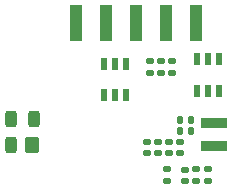
<source format=gbr>
%TF.GenerationSoftware,KiCad,Pcbnew,8.0.3*%
%TF.CreationDate,2024-06-28T03:43:35+08:00*%
%TF.ProjectId,hpm_dap,68706d5f-6461-4702-9e6b-696361645f70,rev?*%
%TF.SameCoordinates,Original*%
%TF.FileFunction,Paste,Bot*%
%TF.FilePolarity,Positive*%
%FSLAX46Y46*%
G04 Gerber Fmt 4.6, Leading zero omitted, Abs format (unit mm)*
G04 Created by KiCad (PCBNEW 8.0.3) date 2024-06-28 03:43:35*
%MOMM*%
%LPD*%
G01*
G04 APERTURE LIST*
G04 Aperture macros list*
%AMRoundRect*
0 Rectangle with rounded corners*
0 $1 Rounding radius*
0 $2 $3 $4 $5 $6 $7 $8 $9 X,Y pos of 4 corners*
0 Add a 4 corners polygon primitive as box body*
4,1,4,$2,$3,$4,$5,$6,$7,$8,$9,$2,$3,0*
0 Add four circle primitives for the rounded corners*
1,1,$1+$1,$2,$3*
1,1,$1+$1,$4,$5*
1,1,$1+$1,$6,$7*
1,1,$1+$1,$8,$9*
0 Add four rect primitives between the rounded corners*
20,1,$1+$1,$2,$3,$4,$5,0*
20,1,$1+$1,$4,$5,$6,$7,0*
20,1,$1+$1,$6,$7,$8,$9,0*
20,1,$1+$1,$8,$9,$2,$3,0*%
G04 Aperture macros list end*
%ADD10RoundRect,0.135000X0.185000X-0.135000X0.185000X0.135000X-0.185000X0.135000X-0.185000X-0.135000X0*%
%ADD11R,1.000000X3.100000*%
%ADD12R,0.550000X1.000000*%
%ADD13RoundRect,0.140000X0.140000X0.170000X-0.140000X0.170000X-0.140000X-0.170000X0.140000X-0.170000X0*%
%ADD14RoundRect,0.140000X0.170000X-0.140000X0.170000X0.140000X-0.170000X0.140000X-0.170000X-0.140000X0*%
%ADD15RoundRect,0.140000X-0.170000X0.140000X-0.170000X-0.140000X0.170000X-0.140000X0.170000X0.140000X0*%
%ADD16R,2.300000X0.850000*%
%ADD17RoundRect,0.250000X0.250000X0.450000X-0.250000X0.450000X-0.250000X-0.450000X0.250000X-0.450000X0*%
%ADD18RoundRect,0.250000X0.350000X0.450000X-0.350000X0.450000X-0.350000X-0.450000X0.350000X-0.450000X0*%
G04 APERTURE END LIST*
D10*
%TO.C,R11*%
X78161760Y-38584800D03*
X78161760Y-39604800D03*
%TD*%
%TO.C,R10*%
X77196560Y-38584800D03*
X77196560Y-39604800D03*
%TD*%
D11*
%TO.C,J2*%
X67030893Y-26182893D03*
X69570893Y-26182893D03*
X72110893Y-26182893D03*
X74650893Y-26182893D03*
X77190893Y-26182893D03*
%TD*%
D12*
%TO.C,D3*%
X77231200Y-31931600D03*
X78181200Y-31931600D03*
X79131200Y-31931600D03*
X79131200Y-29231600D03*
X78181200Y-29231600D03*
X77231200Y-29231600D03*
%TD*%
D13*
%TO.C,C14*%
X75770800Y-35306000D03*
X76730800Y-35306000D03*
%TD*%
D14*
%TO.C,C5*%
X75133200Y-29442266D03*
X75133200Y-30402266D03*
%TD*%
%TO.C,C1*%
X74192932Y-29442266D03*
X74192932Y-30402266D03*
%TD*%
D12*
%TO.C,D2*%
X69332800Y-32338000D03*
X70282800Y-32338000D03*
X71232800Y-32338000D03*
X71232800Y-29638000D03*
X70282800Y-29638000D03*
X69332800Y-29638000D03*
%TD*%
D14*
%TO.C,C8*%
X73050400Y-36248400D03*
X73050400Y-37208400D03*
%TD*%
D15*
%TO.C,C18*%
X76250800Y-39574800D03*
X76250800Y-38614800D03*
%TD*%
D14*
%TO.C,C9*%
X73964800Y-36248400D03*
X73964800Y-37208400D03*
%TD*%
D16*
%TO.C,L2*%
X78656475Y-36636690D03*
X78656475Y-34686690D03*
%TD*%
D14*
%TO.C,C10*%
X74879200Y-36248400D03*
X74879200Y-37208400D03*
%TD*%
%TO.C,C6*%
X73253600Y-29442266D03*
X73253600Y-30402266D03*
%TD*%
D17*
%TO.C,D1*%
X63434000Y-34307600D03*
X61534000Y-34307600D03*
X61534000Y-36507600D03*
D18*
X63254000Y-36507600D03*
%TD*%
D14*
%TO.C,C11*%
X75793600Y-36248400D03*
X75793600Y-37208400D03*
%TD*%
D15*
%TO.C,C4*%
X74726800Y-39554800D03*
X74726800Y-38594800D03*
%TD*%
D13*
%TO.C,C13*%
X75770800Y-34391600D03*
X76730800Y-34391600D03*
%TD*%
M02*

</source>
